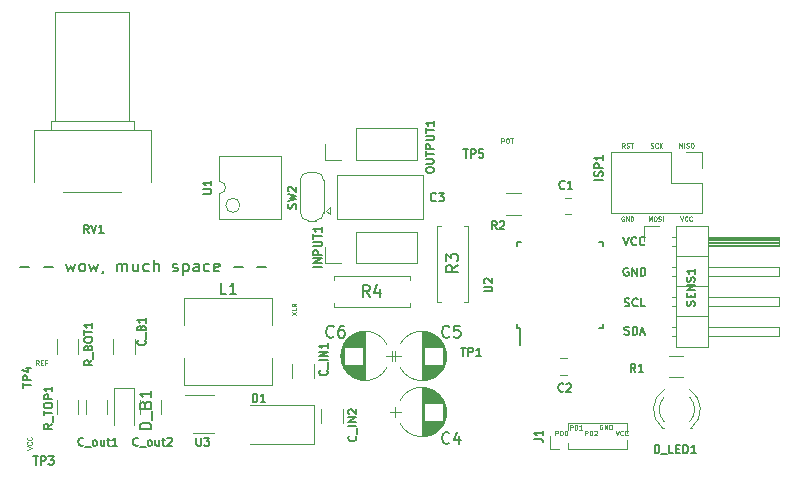
<source format=gbr>
G04 #@! TF.GenerationSoftware,KiCad,Pcbnew,(5.1.5)-3*
G04 #@! TF.CreationDate,2020-03-27T21:06:01+01:00*
G04 #@! TF.ProjectId,mimu_phantom,6d696d75-5f70-4686-916e-746f6d2e6b69,rev?*
G04 #@! TF.SameCoordinates,Original*
G04 #@! TF.FileFunction,Legend,Top*
G04 #@! TF.FilePolarity,Positive*
%FSLAX46Y46*%
G04 Gerber Fmt 4.6, Leading zero omitted, Abs format (unit mm)*
G04 Created by KiCad (PCBNEW (5.1.5)-3) date 2020-03-27 21:06:01*
%MOMM*%
%LPD*%
G04 APERTURE LIST*
%ADD10C,0.150000*%
%ADD11C,0.095250*%
%ADD12C,0.100000*%
%ADD13C,0.120000*%
G04 APERTURE END LIST*
D10*
X101771428Y-82671428D02*
X102533333Y-82671428D01*
X103771428Y-82671428D02*
X104533333Y-82671428D01*
X105676190Y-82385714D02*
X105866666Y-83052380D01*
X106057142Y-82576190D01*
X106247619Y-83052380D01*
X106438095Y-82385714D01*
X106961904Y-83052380D02*
X106866666Y-83004761D01*
X106819047Y-82957142D01*
X106771428Y-82861904D01*
X106771428Y-82576190D01*
X106819047Y-82480952D01*
X106866666Y-82433333D01*
X106961904Y-82385714D01*
X107104761Y-82385714D01*
X107200000Y-82433333D01*
X107247619Y-82480952D01*
X107295238Y-82576190D01*
X107295238Y-82861904D01*
X107247619Y-82957142D01*
X107200000Y-83004761D01*
X107104761Y-83052380D01*
X106961904Y-83052380D01*
X107628571Y-82385714D02*
X107819047Y-83052380D01*
X108009523Y-82576190D01*
X108200000Y-83052380D01*
X108390476Y-82385714D01*
X108819047Y-83004761D02*
X108819047Y-83052380D01*
X108771428Y-83147619D01*
X108723809Y-83195238D01*
X110009523Y-83052380D02*
X110009523Y-82385714D01*
X110009523Y-82480952D02*
X110057142Y-82433333D01*
X110152380Y-82385714D01*
X110295238Y-82385714D01*
X110390476Y-82433333D01*
X110438095Y-82528571D01*
X110438095Y-83052380D01*
X110438095Y-82528571D02*
X110485714Y-82433333D01*
X110580952Y-82385714D01*
X110723809Y-82385714D01*
X110819047Y-82433333D01*
X110866666Y-82528571D01*
X110866666Y-83052380D01*
X111771428Y-82385714D02*
X111771428Y-83052380D01*
X111342857Y-82385714D02*
X111342857Y-82909523D01*
X111390476Y-83004761D01*
X111485714Y-83052380D01*
X111628571Y-83052380D01*
X111723809Y-83004761D01*
X111771428Y-82957142D01*
X112676190Y-83004761D02*
X112580952Y-83052380D01*
X112390476Y-83052380D01*
X112295238Y-83004761D01*
X112247619Y-82957142D01*
X112200000Y-82861904D01*
X112200000Y-82576190D01*
X112247619Y-82480952D01*
X112295238Y-82433333D01*
X112390476Y-82385714D01*
X112580952Y-82385714D01*
X112676190Y-82433333D01*
X113104761Y-83052380D02*
X113104761Y-82052380D01*
X113533333Y-83052380D02*
X113533333Y-82528571D01*
X113485714Y-82433333D01*
X113390476Y-82385714D01*
X113247619Y-82385714D01*
X113152380Y-82433333D01*
X113104761Y-82480952D01*
X114723809Y-83004761D02*
X114819047Y-83052380D01*
X115009523Y-83052380D01*
X115104761Y-83004761D01*
X115152380Y-82909523D01*
X115152380Y-82861904D01*
X115104761Y-82766666D01*
X115009523Y-82719047D01*
X114866666Y-82719047D01*
X114771428Y-82671428D01*
X114723809Y-82576190D01*
X114723809Y-82528571D01*
X114771428Y-82433333D01*
X114866666Y-82385714D01*
X115009523Y-82385714D01*
X115104761Y-82433333D01*
X115580952Y-82385714D02*
X115580952Y-83385714D01*
X115580952Y-82433333D02*
X115676190Y-82385714D01*
X115866666Y-82385714D01*
X115961904Y-82433333D01*
X116009523Y-82480952D01*
X116057142Y-82576190D01*
X116057142Y-82861904D01*
X116009523Y-82957142D01*
X115961904Y-83004761D01*
X115866666Y-83052380D01*
X115676190Y-83052380D01*
X115580952Y-83004761D01*
X116914285Y-83052380D02*
X116914285Y-82528571D01*
X116866666Y-82433333D01*
X116771428Y-82385714D01*
X116580952Y-82385714D01*
X116485714Y-82433333D01*
X116914285Y-83004761D02*
X116819047Y-83052380D01*
X116580952Y-83052380D01*
X116485714Y-83004761D01*
X116438095Y-82909523D01*
X116438095Y-82814285D01*
X116485714Y-82719047D01*
X116580952Y-82671428D01*
X116819047Y-82671428D01*
X116914285Y-82623809D01*
X117819047Y-83004761D02*
X117723809Y-83052380D01*
X117533333Y-83052380D01*
X117438095Y-83004761D01*
X117390476Y-82957142D01*
X117342857Y-82861904D01*
X117342857Y-82576190D01*
X117390476Y-82480952D01*
X117438095Y-82433333D01*
X117533333Y-82385714D01*
X117723809Y-82385714D01*
X117819047Y-82433333D01*
X118628571Y-83004761D02*
X118533333Y-83052380D01*
X118342857Y-83052380D01*
X118247619Y-83004761D01*
X118200000Y-82909523D01*
X118200000Y-82528571D01*
X118247619Y-82433333D01*
X118342857Y-82385714D01*
X118533333Y-82385714D01*
X118628571Y-82433333D01*
X118676190Y-82528571D01*
X118676190Y-82623809D01*
X118200000Y-82719047D01*
X119866666Y-82671428D02*
X120628571Y-82671428D01*
X121866666Y-82671428D02*
X122628571Y-82671428D01*
D11*
X152909714Y-78409500D02*
X152873428Y-78391357D01*
X152819000Y-78391357D01*
X152764571Y-78409500D01*
X152728285Y-78445785D01*
X152710142Y-78482071D01*
X152692000Y-78554642D01*
X152692000Y-78609071D01*
X152710142Y-78681642D01*
X152728285Y-78717928D01*
X152764571Y-78754214D01*
X152819000Y-78772357D01*
X152855285Y-78772357D01*
X152909714Y-78754214D01*
X152927857Y-78736071D01*
X152927857Y-78609071D01*
X152855285Y-78609071D01*
X153091142Y-78772357D02*
X153091142Y-78391357D01*
X153308857Y-78772357D01*
X153308857Y-78391357D01*
X153490285Y-78772357D02*
X153490285Y-78391357D01*
X153581000Y-78391357D01*
X153635428Y-78409500D01*
X153671714Y-78445785D01*
X153689857Y-78482071D01*
X153708000Y-78554642D01*
X153708000Y-78609071D01*
X153689857Y-78681642D01*
X153671714Y-78717928D01*
X153635428Y-78754214D01*
X153581000Y-78772357D01*
X153490285Y-78772357D01*
X157692000Y-78391357D02*
X157819000Y-78772357D01*
X157946000Y-78391357D01*
X158290714Y-78736071D02*
X158272571Y-78754214D01*
X158218142Y-78772357D01*
X158181857Y-78772357D01*
X158127428Y-78754214D01*
X158091142Y-78717928D01*
X158073000Y-78681642D01*
X158054857Y-78609071D01*
X158054857Y-78554642D01*
X158073000Y-78482071D01*
X158091142Y-78445785D01*
X158127428Y-78409500D01*
X158181857Y-78391357D01*
X158218142Y-78391357D01*
X158272571Y-78409500D01*
X158290714Y-78427642D01*
X158671714Y-78736071D02*
X158653571Y-78754214D01*
X158599142Y-78772357D01*
X158562857Y-78772357D01*
X158508428Y-78754214D01*
X158472142Y-78717928D01*
X158454000Y-78681642D01*
X158435857Y-78609071D01*
X158435857Y-78554642D01*
X158454000Y-78482071D01*
X158472142Y-78445785D01*
X158508428Y-78409500D01*
X158562857Y-78391357D01*
X158599142Y-78391357D01*
X158653571Y-78409500D01*
X158671714Y-78427642D01*
X152991357Y-72572357D02*
X152864357Y-72390928D01*
X152773642Y-72572357D02*
X152773642Y-72191357D01*
X152918785Y-72191357D01*
X152955071Y-72209500D01*
X152973214Y-72227642D01*
X152991357Y-72263928D01*
X152991357Y-72318357D01*
X152973214Y-72354642D01*
X152955071Y-72372785D01*
X152918785Y-72390928D01*
X152773642Y-72390928D01*
X153136500Y-72554214D02*
X153190928Y-72572357D01*
X153281642Y-72572357D01*
X153317928Y-72554214D01*
X153336071Y-72536071D01*
X153354214Y-72499785D01*
X153354214Y-72463500D01*
X153336071Y-72427214D01*
X153317928Y-72409071D01*
X153281642Y-72390928D01*
X153209071Y-72372785D01*
X153172785Y-72354642D01*
X153154642Y-72336500D01*
X153136500Y-72300214D01*
X153136500Y-72263928D01*
X153154642Y-72227642D01*
X153172785Y-72209500D01*
X153209071Y-72191357D01*
X153299785Y-72191357D01*
X153354214Y-72209500D01*
X153463071Y-72191357D02*
X153680785Y-72191357D01*
X153571928Y-72572357D02*
X153571928Y-72191357D01*
X155180676Y-72556685D02*
X155235105Y-72574828D01*
X155325819Y-72574828D01*
X155362105Y-72556685D01*
X155380248Y-72538542D01*
X155398391Y-72502256D01*
X155398391Y-72465971D01*
X155380248Y-72429685D01*
X155362105Y-72411542D01*
X155325819Y-72393399D01*
X155253248Y-72375256D01*
X155216962Y-72357113D01*
X155198819Y-72338971D01*
X155180676Y-72302685D01*
X155180676Y-72266399D01*
X155198819Y-72230113D01*
X155216962Y-72211971D01*
X155253248Y-72193828D01*
X155343962Y-72193828D01*
X155398391Y-72211971D01*
X155779391Y-72538542D02*
X155761248Y-72556685D01*
X155706819Y-72574828D01*
X155670534Y-72574828D01*
X155616105Y-72556685D01*
X155579819Y-72520399D01*
X155561676Y-72484113D01*
X155543534Y-72411542D01*
X155543534Y-72357113D01*
X155561676Y-72284542D01*
X155579819Y-72248256D01*
X155616105Y-72211971D01*
X155670534Y-72193828D01*
X155706819Y-72193828D01*
X155761248Y-72211971D01*
X155779391Y-72230113D01*
X155942676Y-72574828D02*
X155942676Y-72193828D01*
X156160391Y-72574828D02*
X155997105Y-72357113D01*
X156160391Y-72193828D02*
X155942676Y-72411542D01*
X157601285Y-72572357D02*
X157601285Y-72191357D01*
X157728285Y-72463500D01*
X157855285Y-72191357D01*
X157855285Y-72572357D01*
X158036714Y-72572357D02*
X158036714Y-72191357D01*
X158200000Y-72554214D02*
X158254428Y-72572357D01*
X158345142Y-72572357D01*
X158381428Y-72554214D01*
X158399571Y-72536071D01*
X158417714Y-72499785D01*
X158417714Y-72463500D01*
X158399571Y-72427214D01*
X158381428Y-72409071D01*
X158345142Y-72390928D01*
X158272571Y-72372785D01*
X158236285Y-72354642D01*
X158218142Y-72336500D01*
X158200000Y-72300214D01*
X158200000Y-72263928D01*
X158218142Y-72227642D01*
X158236285Y-72209500D01*
X158272571Y-72191357D01*
X158363285Y-72191357D01*
X158417714Y-72209500D01*
X158653571Y-72191357D02*
X158726142Y-72191357D01*
X158762428Y-72209500D01*
X158798714Y-72245785D01*
X158816857Y-72318357D01*
X158816857Y-72445357D01*
X158798714Y-72517928D01*
X158762428Y-72554214D01*
X158726142Y-72572357D01*
X158653571Y-72572357D01*
X158617285Y-72554214D01*
X158581000Y-72517928D01*
X158562857Y-72445357D01*
X158562857Y-72318357D01*
X158581000Y-72245785D01*
X158617285Y-72209500D01*
X158653571Y-72191357D01*
X155001285Y-78772357D02*
X155001285Y-78391357D01*
X155128285Y-78663500D01*
X155255285Y-78391357D01*
X155255285Y-78772357D01*
X155509285Y-78391357D02*
X155581857Y-78391357D01*
X155618142Y-78409500D01*
X155654428Y-78445785D01*
X155672571Y-78518357D01*
X155672571Y-78645357D01*
X155654428Y-78717928D01*
X155618142Y-78754214D01*
X155581857Y-78772357D01*
X155509285Y-78772357D01*
X155473000Y-78754214D01*
X155436714Y-78717928D01*
X155418571Y-78645357D01*
X155418571Y-78518357D01*
X155436714Y-78445785D01*
X155473000Y-78409500D01*
X155509285Y-78391357D01*
X155817714Y-78754214D02*
X155872142Y-78772357D01*
X155962857Y-78772357D01*
X155999142Y-78754214D01*
X156017285Y-78736071D01*
X156035428Y-78699785D01*
X156035428Y-78663500D01*
X156017285Y-78627214D01*
X155999142Y-78609071D01*
X155962857Y-78590928D01*
X155890285Y-78572785D01*
X155854000Y-78554642D01*
X155835857Y-78536500D01*
X155817714Y-78500214D01*
X155817714Y-78463928D01*
X155835857Y-78427642D01*
X155854000Y-78409500D01*
X155890285Y-78391357D01*
X155981000Y-78391357D01*
X156035428Y-78409500D01*
X156198714Y-78772357D02*
X156198714Y-78391357D01*
D12*
X103371428Y-90980952D02*
X103238095Y-90790476D01*
X103142857Y-90980952D02*
X103142857Y-90580952D01*
X103295238Y-90580952D01*
X103333333Y-90600000D01*
X103352380Y-90619047D01*
X103371428Y-90657142D01*
X103371428Y-90714285D01*
X103352380Y-90752380D01*
X103333333Y-90771428D01*
X103295238Y-90790476D01*
X103142857Y-90790476D01*
X103542857Y-90771428D02*
X103676190Y-90771428D01*
X103733333Y-90980952D02*
X103542857Y-90980952D01*
X103542857Y-90580952D01*
X103733333Y-90580952D01*
X104038095Y-90771428D02*
X103904761Y-90771428D01*
X103904761Y-90980952D02*
X103904761Y-90580952D01*
X104095238Y-90580952D01*
X124780952Y-86745238D02*
X125180952Y-86478571D01*
X124780952Y-86478571D02*
X125180952Y-86745238D01*
X125180952Y-86135714D02*
X125180952Y-86326190D01*
X124780952Y-86326190D01*
X125180952Y-85773809D02*
X124990476Y-85907142D01*
X125180952Y-86002380D02*
X124780952Y-86002380D01*
X124780952Y-85850000D01*
X124800000Y-85811904D01*
X124819047Y-85792857D01*
X124857142Y-85773809D01*
X124914285Y-85773809D01*
X124952380Y-85792857D01*
X124971428Y-85811904D01*
X124990476Y-85850000D01*
X124990476Y-86002380D01*
X142533333Y-72180952D02*
X142533333Y-71780952D01*
X142685714Y-71780952D01*
X142723809Y-71800000D01*
X142742857Y-71819047D01*
X142761904Y-71857142D01*
X142761904Y-71914285D01*
X142742857Y-71952380D01*
X142723809Y-71971428D01*
X142685714Y-71990476D01*
X142533333Y-71990476D01*
X143009523Y-71780952D02*
X143085714Y-71780952D01*
X143123809Y-71800000D01*
X143161904Y-71838095D01*
X143180952Y-71914285D01*
X143180952Y-72047619D01*
X143161904Y-72123809D01*
X143123809Y-72161904D01*
X143085714Y-72180952D01*
X143009523Y-72180952D01*
X142971428Y-72161904D01*
X142933333Y-72123809D01*
X142914285Y-72047619D01*
X142914285Y-71914285D01*
X142933333Y-71838095D01*
X142971428Y-71800000D01*
X143009523Y-71780952D01*
X143295238Y-71780952D02*
X143523809Y-71780952D01*
X143409523Y-72180952D02*
X143409523Y-71780952D01*
X102380952Y-98133333D02*
X102780952Y-98000000D01*
X102380952Y-97866666D01*
X102742857Y-97504761D02*
X102761904Y-97523809D01*
X102780952Y-97580952D01*
X102780952Y-97619047D01*
X102761904Y-97676190D01*
X102723809Y-97714285D01*
X102685714Y-97733333D01*
X102609523Y-97752380D01*
X102552380Y-97752380D01*
X102476190Y-97733333D01*
X102438095Y-97714285D01*
X102400000Y-97676190D01*
X102380952Y-97619047D01*
X102380952Y-97580952D01*
X102400000Y-97523809D01*
X102419047Y-97504761D01*
X102742857Y-97104761D02*
X102761904Y-97123809D01*
X102780952Y-97180952D01*
X102780952Y-97219047D01*
X102761904Y-97276190D01*
X102723809Y-97314285D01*
X102685714Y-97333333D01*
X102609523Y-97352380D01*
X102552380Y-97352380D01*
X102476190Y-97333333D01*
X102438095Y-97314285D01*
X102400000Y-97276190D01*
X102380952Y-97219047D01*
X102380952Y-97180952D01*
X102400000Y-97123809D01*
X102419047Y-97104761D01*
X147104761Y-96930952D02*
X147104761Y-96530952D01*
X147257142Y-96530952D01*
X147295238Y-96550000D01*
X147314285Y-96569047D01*
X147333333Y-96607142D01*
X147333333Y-96664285D01*
X147314285Y-96702380D01*
X147295238Y-96721428D01*
X147257142Y-96740476D01*
X147104761Y-96740476D01*
X147504761Y-96930952D02*
X147504761Y-96530952D01*
X147600000Y-96530952D01*
X147657142Y-96550000D01*
X147695238Y-96588095D01*
X147714285Y-96626190D01*
X147733333Y-96702380D01*
X147733333Y-96759523D01*
X147714285Y-96835714D01*
X147695238Y-96873809D01*
X147657142Y-96911904D01*
X147600000Y-96930952D01*
X147504761Y-96930952D01*
X147980952Y-96530952D02*
X148019047Y-96530952D01*
X148057142Y-96550000D01*
X148076190Y-96569047D01*
X148095238Y-96607142D01*
X148114285Y-96683333D01*
X148114285Y-96778571D01*
X148095238Y-96854761D01*
X148076190Y-96892857D01*
X148057142Y-96911904D01*
X148019047Y-96930952D01*
X147980952Y-96930952D01*
X147942857Y-96911904D01*
X147923809Y-96892857D01*
X147904761Y-96854761D01*
X147885714Y-96778571D01*
X147885714Y-96683333D01*
X147904761Y-96607142D01*
X147923809Y-96569047D01*
X147942857Y-96550000D01*
X147980952Y-96530952D01*
X148348761Y-96446952D02*
X148348761Y-96046952D01*
X148501142Y-96046952D01*
X148539238Y-96066000D01*
X148558285Y-96085047D01*
X148577333Y-96123142D01*
X148577333Y-96180285D01*
X148558285Y-96218380D01*
X148539238Y-96237428D01*
X148501142Y-96256476D01*
X148348761Y-96256476D01*
X148748761Y-96446952D02*
X148748761Y-96046952D01*
X148844000Y-96046952D01*
X148901142Y-96066000D01*
X148939238Y-96104095D01*
X148958285Y-96142190D01*
X148977333Y-96218380D01*
X148977333Y-96275523D01*
X148958285Y-96351714D01*
X148939238Y-96389809D01*
X148901142Y-96427904D01*
X148844000Y-96446952D01*
X148748761Y-96446952D01*
X149358285Y-96446952D02*
X149129714Y-96446952D01*
X149244000Y-96446952D02*
X149244000Y-96046952D01*
X149205904Y-96104095D01*
X149167809Y-96142190D01*
X149129714Y-96161238D01*
X149618761Y-96930952D02*
X149618761Y-96530952D01*
X149771142Y-96530952D01*
X149809238Y-96550000D01*
X149828285Y-96569047D01*
X149847333Y-96607142D01*
X149847333Y-96664285D01*
X149828285Y-96702380D01*
X149809238Y-96721428D01*
X149771142Y-96740476D01*
X149618761Y-96740476D01*
X150018761Y-96930952D02*
X150018761Y-96530952D01*
X150114000Y-96530952D01*
X150171142Y-96550000D01*
X150209238Y-96588095D01*
X150228285Y-96626190D01*
X150247333Y-96702380D01*
X150247333Y-96759523D01*
X150228285Y-96835714D01*
X150209238Y-96873809D01*
X150171142Y-96911904D01*
X150114000Y-96930952D01*
X150018761Y-96930952D01*
X150399714Y-96569047D02*
X150418761Y-96550000D01*
X150456857Y-96530952D01*
X150552095Y-96530952D01*
X150590190Y-96550000D01*
X150609238Y-96569047D01*
X150628285Y-96607142D01*
X150628285Y-96645238D01*
X150609238Y-96702380D01*
X150380666Y-96930952D01*
X150628285Y-96930952D01*
X151079238Y-96050000D02*
X151041142Y-96030952D01*
X150984000Y-96030952D01*
X150926857Y-96050000D01*
X150888761Y-96088095D01*
X150869714Y-96126190D01*
X150850666Y-96202380D01*
X150850666Y-96259523D01*
X150869714Y-96335714D01*
X150888761Y-96373809D01*
X150926857Y-96411904D01*
X150984000Y-96430952D01*
X151022095Y-96430952D01*
X151079238Y-96411904D01*
X151098285Y-96392857D01*
X151098285Y-96259523D01*
X151022095Y-96259523D01*
X151269714Y-96430952D02*
X151269714Y-96030952D01*
X151498285Y-96430952D01*
X151498285Y-96030952D01*
X151688761Y-96430952D02*
X151688761Y-96030952D01*
X151784000Y-96030952D01*
X151841142Y-96050000D01*
X151879238Y-96088095D01*
X151898285Y-96126190D01*
X151917333Y-96202380D01*
X151917333Y-96259523D01*
X151898285Y-96335714D01*
X151879238Y-96373809D01*
X151841142Y-96411904D01*
X151784000Y-96430952D01*
X151688761Y-96430952D01*
X152216666Y-96530952D02*
X152350000Y-96930952D01*
X152483333Y-96530952D01*
X152845238Y-96892857D02*
X152826190Y-96911904D01*
X152769047Y-96930952D01*
X152730952Y-96930952D01*
X152673809Y-96911904D01*
X152635714Y-96873809D01*
X152616666Y-96835714D01*
X152597619Y-96759523D01*
X152597619Y-96702380D01*
X152616666Y-96626190D01*
X152635714Y-96588095D01*
X152673809Y-96550000D01*
X152730952Y-96530952D01*
X152769047Y-96530952D01*
X152826190Y-96550000D01*
X152845238Y-96569047D01*
X153245238Y-96892857D02*
X153226190Y-96911904D01*
X153169047Y-96930952D01*
X153130952Y-96930952D01*
X153073809Y-96911904D01*
X153035714Y-96873809D01*
X153016666Y-96835714D01*
X152997619Y-96759523D01*
X152997619Y-96702380D01*
X153016666Y-96626190D01*
X153035714Y-96588095D01*
X153073809Y-96550000D01*
X153130952Y-96530952D01*
X153169047Y-96530952D01*
X153226190Y-96550000D01*
X153245238Y-96569047D01*
D10*
X152950000Y-88383333D02*
X153050000Y-88416666D01*
X153216666Y-88416666D01*
X153283333Y-88383333D01*
X153316666Y-88350000D01*
X153350000Y-88283333D01*
X153350000Y-88216666D01*
X153316666Y-88150000D01*
X153283333Y-88116666D01*
X153216666Y-88083333D01*
X153083333Y-88050000D01*
X153016666Y-88016666D01*
X152983333Y-87983333D01*
X152950000Y-87916666D01*
X152950000Y-87850000D01*
X152983333Y-87783333D01*
X153016666Y-87750000D01*
X153083333Y-87716666D01*
X153250000Y-87716666D01*
X153350000Y-87750000D01*
X153650000Y-88416666D02*
X153650000Y-87716666D01*
X153816666Y-87716666D01*
X153916666Y-87750000D01*
X153983333Y-87816666D01*
X154016666Y-87883333D01*
X154050000Y-88016666D01*
X154050000Y-88116666D01*
X154016666Y-88250000D01*
X153983333Y-88316666D01*
X153916666Y-88383333D01*
X153816666Y-88416666D01*
X153650000Y-88416666D01*
X154316666Y-88216666D02*
X154650000Y-88216666D01*
X154250000Y-88416666D02*
X154483333Y-87716666D01*
X154716666Y-88416666D01*
X152966666Y-85983333D02*
X153066666Y-86016666D01*
X153233333Y-86016666D01*
X153300000Y-85983333D01*
X153333333Y-85950000D01*
X153366666Y-85883333D01*
X153366666Y-85816666D01*
X153333333Y-85750000D01*
X153300000Y-85716666D01*
X153233333Y-85683333D01*
X153100000Y-85650000D01*
X153033333Y-85616666D01*
X153000000Y-85583333D01*
X152966666Y-85516666D01*
X152966666Y-85450000D01*
X153000000Y-85383333D01*
X153033333Y-85350000D01*
X153100000Y-85316666D01*
X153266666Y-85316666D01*
X153366666Y-85350000D01*
X154066666Y-85950000D02*
X154033333Y-85983333D01*
X153933333Y-86016666D01*
X153866666Y-86016666D01*
X153766666Y-85983333D01*
X153700000Y-85916666D01*
X153666666Y-85850000D01*
X153633333Y-85716666D01*
X153633333Y-85616666D01*
X153666666Y-85483333D01*
X153700000Y-85416666D01*
X153766666Y-85350000D01*
X153866666Y-85316666D01*
X153933333Y-85316666D01*
X154033333Y-85350000D01*
X154066666Y-85383333D01*
X154700000Y-86016666D02*
X154366666Y-86016666D01*
X154366666Y-85316666D01*
X153266666Y-82750000D02*
X153200000Y-82716666D01*
X153100000Y-82716666D01*
X153000000Y-82750000D01*
X152933333Y-82816666D01*
X152900000Y-82883333D01*
X152866666Y-83016666D01*
X152866666Y-83116666D01*
X152900000Y-83250000D01*
X152933333Y-83316666D01*
X153000000Y-83383333D01*
X153100000Y-83416666D01*
X153166666Y-83416666D01*
X153266666Y-83383333D01*
X153300000Y-83350000D01*
X153300000Y-83116666D01*
X153166666Y-83116666D01*
X153600000Y-83416666D02*
X153600000Y-82716666D01*
X154000000Y-83416666D01*
X154000000Y-82716666D01*
X154333333Y-83416666D02*
X154333333Y-82716666D01*
X154500000Y-82716666D01*
X154600000Y-82750000D01*
X154666666Y-82816666D01*
X154700000Y-82883333D01*
X154733333Y-83016666D01*
X154733333Y-83116666D01*
X154700000Y-83250000D01*
X154666666Y-83316666D01*
X154600000Y-83383333D01*
X154500000Y-83416666D01*
X154333333Y-83416666D01*
X152866666Y-80116666D02*
X153100000Y-80816666D01*
X153333333Y-80116666D01*
X153966666Y-80750000D02*
X153933333Y-80783333D01*
X153833333Y-80816666D01*
X153766666Y-80816666D01*
X153666666Y-80783333D01*
X153600000Y-80716666D01*
X153566666Y-80650000D01*
X153533333Y-80516666D01*
X153533333Y-80416666D01*
X153566666Y-80283333D01*
X153600000Y-80216666D01*
X153666666Y-80150000D01*
X153766666Y-80116666D01*
X153833333Y-80116666D01*
X153933333Y-80150000D01*
X153966666Y-80183333D01*
X154666666Y-80750000D02*
X154633333Y-80783333D01*
X154533333Y-80816666D01*
X154466666Y-80816666D01*
X154366666Y-80783333D01*
X154300000Y-80716666D01*
X154266666Y-80650000D01*
X154233333Y-80516666D01*
X154233333Y-80416666D01*
X154266666Y-80283333D01*
X154300000Y-80216666D01*
X154366666Y-80150000D01*
X154466666Y-80116666D01*
X154533333Y-80116666D01*
X154633333Y-80150000D01*
X154666666Y-80183333D01*
D13*
X123100000Y-90400000D02*
X123100000Y-92700000D01*
X123100000Y-92700000D02*
X115700000Y-92700000D01*
X115700000Y-92700000D02*
X115700000Y-90400000D01*
X115700000Y-87600000D02*
X115700000Y-85300000D01*
X115700000Y-85300000D02*
X123100000Y-85300000D01*
X123100000Y-85300000D02*
X123100000Y-87600000D01*
X126650000Y-97650000D02*
X121250000Y-97650000D01*
X126650000Y-94350000D02*
X121250000Y-94350000D01*
X126650000Y-97650000D02*
X126650000Y-94350000D01*
X111450000Y-92900000D02*
X109750000Y-92900000D01*
X109750000Y-92900000D02*
X109750000Y-96050000D01*
X111450000Y-92900000D02*
X111450000Y-96050000D01*
X129153564Y-91179170D02*
G75*
G03X132845996Y-91180000I1846436J979170D01*
G01*
X129153564Y-89220830D02*
G75*
G02X132845996Y-89220000I1846436J-979170D01*
G01*
X129153564Y-89220830D02*
G75*
G03X129154004Y-91180000I1846436J-979170D01*
G01*
X131000000Y-92250000D02*
X131000000Y-88150000D01*
X130960000Y-92250000D02*
X130960000Y-88150000D01*
X130920000Y-92249000D02*
X130920000Y-88151000D01*
X130880000Y-92247000D02*
X130880000Y-88153000D01*
X130840000Y-92244000D02*
X130840000Y-88156000D01*
X130800000Y-92241000D02*
X130800000Y-88159000D01*
X130760000Y-92237000D02*
X130760000Y-90980000D01*
X130760000Y-89420000D02*
X130760000Y-88163000D01*
X130720000Y-92232000D02*
X130720000Y-90980000D01*
X130720000Y-89420000D02*
X130720000Y-88168000D01*
X130680000Y-92226000D02*
X130680000Y-90980000D01*
X130680000Y-89420000D02*
X130680000Y-88174000D01*
X130640000Y-92219000D02*
X130640000Y-90980000D01*
X130640000Y-89420000D02*
X130640000Y-88181000D01*
X130600000Y-92212000D02*
X130600000Y-90980000D01*
X130600000Y-89420000D02*
X130600000Y-88188000D01*
X130560000Y-92204000D02*
X130560000Y-90980000D01*
X130560000Y-89420000D02*
X130560000Y-88196000D01*
X130520000Y-92195000D02*
X130520000Y-90980000D01*
X130520000Y-89420000D02*
X130520000Y-88205000D01*
X130480000Y-92185000D02*
X130480000Y-90980000D01*
X130480000Y-89420000D02*
X130480000Y-88215000D01*
X130440000Y-92174000D02*
X130440000Y-90980000D01*
X130440000Y-89420000D02*
X130440000Y-88226000D01*
X130400000Y-92163000D02*
X130400000Y-90980000D01*
X130400000Y-89420000D02*
X130400000Y-88237000D01*
X130360000Y-92150000D02*
X130360000Y-90980000D01*
X130360000Y-89420000D02*
X130360000Y-88250000D01*
X130320000Y-92137000D02*
X130320000Y-90980000D01*
X130320000Y-89420000D02*
X130320000Y-88263000D01*
X130279000Y-92123000D02*
X130279000Y-90980000D01*
X130279000Y-89420000D02*
X130279000Y-88277000D01*
X130239000Y-92107000D02*
X130239000Y-90980000D01*
X130239000Y-89420000D02*
X130239000Y-88293000D01*
X130199000Y-92091000D02*
X130199000Y-90980000D01*
X130199000Y-89420000D02*
X130199000Y-88309000D01*
X130159000Y-92074000D02*
X130159000Y-90980000D01*
X130159000Y-89420000D02*
X130159000Y-88326000D01*
X130119000Y-92056000D02*
X130119000Y-90980000D01*
X130119000Y-89420000D02*
X130119000Y-88344000D01*
X130079000Y-92037000D02*
X130079000Y-90980000D01*
X130079000Y-89420000D02*
X130079000Y-88363000D01*
X130039000Y-92017000D02*
X130039000Y-90980000D01*
X130039000Y-89420000D02*
X130039000Y-88383000D01*
X129999000Y-91996000D02*
X129999000Y-90980000D01*
X129999000Y-89420000D02*
X129999000Y-88404000D01*
X129959000Y-91973000D02*
X129959000Y-90980000D01*
X129959000Y-89420000D02*
X129959000Y-88427000D01*
X129919000Y-91950000D02*
X129919000Y-90980000D01*
X129919000Y-89420000D02*
X129919000Y-88450000D01*
X129879000Y-91925000D02*
X129879000Y-90980000D01*
X129879000Y-89420000D02*
X129879000Y-88475000D01*
X129839000Y-91899000D02*
X129839000Y-90980000D01*
X129839000Y-89420000D02*
X129839000Y-88501000D01*
X129799000Y-91872000D02*
X129799000Y-90980000D01*
X129799000Y-89420000D02*
X129799000Y-88528000D01*
X129759000Y-91843000D02*
X129759000Y-90980000D01*
X129759000Y-89420000D02*
X129759000Y-88557000D01*
X129719000Y-91813000D02*
X129719000Y-90980000D01*
X129719000Y-89420000D02*
X129719000Y-88587000D01*
X129679000Y-91781000D02*
X129679000Y-90980000D01*
X129679000Y-89420000D02*
X129679000Y-88619000D01*
X129639000Y-91747000D02*
X129639000Y-90980000D01*
X129639000Y-89420000D02*
X129639000Y-88653000D01*
X129599000Y-91712000D02*
X129599000Y-90980000D01*
X129599000Y-89420000D02*
X129599000Y-88688000D01*
X129559000Y-91675000D02*
X129559000Y-90980000D01*
X129559000Y-89420000D02*
X129559000Y-88725000D01*
X129519000Y-91636000D02*
X129519000Y-90980000D01*
X129519000Y-89420000D02*
X129519000Y-88764000D01*
X129479000Y-91595000D02*
X129479000Y-90980000D01*
X129479000Y-89420000D02*
X129479000Y-88805000D01*
X129439000Y-91551000D02*
X129439000Y-90980000D01*
X129439000Y-89420000D02*
X129439000Y-88849000D01*
X129399000Y-91505000D02*
X129399000Y-90980000D01*
X129399000Y-89420000D02*
X129399000Y-88895000D01*
X129359000Y-91456000D02*
X129359000Y-90980000D01*
X129359000Y-89420000D02*
X129359000Y-88944000D01*
X129319000Y-91404000D02*
X129319000Y-90980000D01*
X129319000Y-89420000D02*
X129319000Y-88996000D01*
X129279000Y-91348000D02*
X129279000Y-90980000D01*
X129279000Y-89420000D02*
X129279000Y-89052000D01*
X129239000Y-91288000D02*
X129239000Y-90980000D01*
X129239000Y-89420000D02*
X129239000Y-89112000D01*
X129199000Y-91223000D02*
X129199000Y-89177000D01*
X129159000Y-91152000D02*
X129159000Y-89248000D01*
X129119000Y-91074000D02*
X129119000Y-89326000D01*
X129079000Y-90986000D02*
X129079000Y-89414000D01*
X129039000Y-90886000D02*
X129039000Y-89514000D01*
X128999000Y-90767000D02*
X128999000Y-89633000D01*
X128959000Y-90615000D02*
X128959000Y-89785000D01*
X128919000Y-90365000D02*
X128919000Y-90035000D01*
X133700000Y-90200000D02*
X132800000Y-90200000D01*
X133250000Y-90650000D02*
X133250000Y-89750000D01*
X137646436Y-93970830D02*
G75*
G03X133954004Y-93970000I-1846436J-979170D01*
G01*
X137646436Y-95929170D02*
G75*
G02X133954004Y-95930000I-1846436J979170D01*
G01*
X137646436Y-95929170D02*
G75*
G03X137645996Y-93970000I-1846436J979170D01*
G01*
X135800000Y-92900000D02*
X135800000Y-97000000D01*
X135840000Y-92900000D02*
X135840000Y-97000000D01*
X135880000Y-92901000D02*
X135880000Y-96999000D01*
X135920000Y-92903000D02*
X135920000Y-96997000D01*
X135960000Y-92906000D02*
X135960000Y-96994000D01*
X136000000Y-92909000D02*
X136000000Y-96991000D01*
X136040000Y-92913000D02*
X136040000Y-94170000D01*
X136040000Y-95730000D02*
X136040000Y-96987000D01*
X136080000Y-92918000D02*
X136080000Y-94170000D01*
X136080000Y-95730000D02*
X136080000Y-96982000D01*
X136120000Y-92924000D02*
X136120000Y-94170000D01*
X136120000Y-95730000D02*
X136120000Y-96976000D01*
X136160000Y-92931000D02*
X136160000Y-94170000D01*
X136160000Y-95730000D02*
X136160000Y-96969000D01*
X136200000Y-92938000D02*
X136200000Y-94170000D01*
X136200000Y-95730000D02*
X136200000Y-96962000D01*
X136240000Y-92946000D02*
X136240000Y-94170000D01*
X136240000Y-95730000D02*
X136240000Y-96954000D01*
X136280000Y-92955000D02*
X136280000Y-94170000D01*
X136280000Y-95730000D02*
X136280000Y-96945000D01*
X136320000Y-92965000D02*
X136320000Y-94170000D01*
X136320000Y-95730000D02*
X136320000Y-96935000D01*
X136360000Y-92976000D02*
X136360000Y-94170000D01*
X136360000Y-95730000D02*
X136360000Y-96924000D01*
X136400000Y-92987000D02*
X136400000Y-94170000D01*
X136400000Y-95730000D02*
X136400000Y-96913000D01*
X136440000Y-93000000D02*
X136440000Y-94170000D01*
X136440000Y-95730000D02*
X136440000Y-96900000D01*
X136480000Y-93013000D02*
X136480000Y-94170000D01*
X136480000Y-95730000D02*
X136480000Y-96887000D01*
X136521000Y-93027000D02*
X136521000Y-94170000D01*
X136521000Y-95730000D02*
X136521000Y-96873000D01*
X136561000Y-93043000D02*
X136561000Y-94170000D01*
X136561000Y-95730000D02*
X136561000Y-96857000D01*
X136601000Y-93059000D02*
X136601000Y-94170000D01*
X136601000Y-95730000D02*
X136601000Y-96841000D01*
X136641000Y-93076000D02*
X136641000Y-94170000D01*
X136641000Y-95730000D02*
X136641000Y-96824000D01*
X136681000Y-93094000D02*
X136681000Y-94170000D01*
X136681000Y-95730000D02*
X136681000Y-96806000D01*
X136721000Y-93113000D02*
X136721000Y-94170000D01*
X136721000Y-95730000D02*
X136721000Y-96787000D01*
X136761000Y-93133000D02*
X136761000Y-94170000D01*
X136761000Y-95730000D02*
X136761000Y-96767000D01*
X136801000Y-93154000D02*
X136801000Y-94170000D01*
X136801000Y-95730000D02*
X136801000Y-96746000D01*
X136841000Y-93177000D02*
X136841000Y-94170000D01*
X136841000Y-95730000D02*
X136841000Y-96723000D01*
X136881000Y-93200000D02*
X136881000Y-94170000D01*
X136881000Y-95730000D02*
X136881000Y-96700000D01*
X136921000Y-93225000D02*
X136921000Y-94170000D01*
X136921000Y-95730000D02*
X136921000Y-96675000D01*
X136961000Y-93251000D02*
X136961000Y-94170000D01*
X136961000Y-95730000D02*
X136961000Y-96649000D01*
X137001000Y-93278000D02*
X137001000Y-94170000D01*
X137001000Y-95730000D02*
X137001000Y-96622000D01*
X137041000Y-93307000D02*
X137041000Y-94170000D01*
X137041000Y-95730000D02*
X137041000Y-96593000D01*
X137081000Y-93337000D02*
X137081000Y-94170000D01*
X137081000Y-95730000D02*
X137081000Y-96563000D01*
X137121000Y-93369000D02*
X137121000Y-94170000D01*
X137121000Y-95730000D02*
X137121000Y-96531000D01*
X137161000Y-93403000D02*
X137161000Y-94170000D01*
X137161000Y-95730000D02*
X137161000Y-96497000D01*
X137201000Y-93438000D02*
X137201000Y-94170000D01*
X137201000Y-95730000D02*
X137201000Y-96462000D01*
X137241000Y-93475000D02*
X137241000Y-94170000D01*
X137241000Y-95730000D02*
X137241000Y-96425000D01*
X137281000Y-93514000D02*
X137281000Y-94170000D01*
X137281000Y-95730000D02*
X137281000Y-96386000D01*
X137321000Y-93555000D02*
X137321000Y-94170000D01*
X137321000Y-95730000D02*
X137321000Y-96345000D01*
X137361000Y-93599000D02*
X137361000Y-94170000D01*
X137361000Y-95730000D02*
X137361000Y-96301000D01*
X137401000Y-93645000D02*
X137401000Y-94170000D01*
X137401000Y-95730000D02*
X137401000Y-96255000D01*
X137441000Y-93694000D02*
X137441000Y-94170000D01*
X137441000Y-95730000D02*
X137441000Y-96206000D01*
X137481000Y-93746000D02*
X137481000Y-94170000D01*
X137481000Y-95730000D02*
X137481000Y-96154000D01*
X137521000Y-93802000D02*
X137521000Y-94170000D01*
X137521000Y-95730000D02*
X137521000Y-96098000D01*
X137561000Y-93862000D02*
X137561000Y-94170000D01*
X137561000Y-95730000D02*
X137561000Y-96038000D01*
X137601000Y-93927000D02*
X137601000Y-95973000D01*
X137641000Y-93998000D02*
X137641000Y-95902000D01*
X137681000Y-94076000D02*
X137681000Y-95824000D01*
X137721000Y-94164000D02*
X137721000Y-95736000D01*
X137761000Y-94264000D02*
X137761000Y-95636000D01*
X137801000Y-94383000D02*
X137801000Y-95517000D01*
X137841000Y-94535000D02*
X137841000Y-95365000D01*
X137881000Y-94785000D02*
X137881000Y-95115000D01*
X133100000Y-94950000D02*
X134000000Y-94950000D01*
X133550000Y-94500000D02*
X133550000Y-95400000D01*
X137646436Y-89220830D02*
G75*
G03X133954004Y-89220000I-1846436J-979170D01*
G01*
X137646436Y-91179170D02*
G75*
G02X133954004Y-91180000I-1846436J979170D01*
G01*
X137646436Y-91179170D02*
G75*
G03X137645996Y-89220000I-1846436J979170D01*
G01*
X135800000Y-88150000D02*
X135800000Y-92250000D01*
X135840000Y-88150000D02*
X135840000Y-92250000D01*
X135880000Y-88151000D02*
X135880000Y-92249000D01*
X135920000Y-88153000D02*
X135920000Y-92247000D01*
X135960000Y-88156000D02*
X135960000Y-92244000D01*
X136000000Y-88159000D02*
X136000000Y-92241000D01*
X136040000Y-88163000D02*
X136040000Y-89420000D01*
X136040000Y-90980000D02*
X136040000Y-92237000D01*
X136080000Y-88168000D02*
X136080000Y-89420000D01*
X136080000Y-90980000D02*
X136080000Y-92232000D01*
X136120000Y-88174000D02*
X136120000Y-89420000D01*
X136120000Y-90980000D02*
X136120000Y-92226000D01*
X136160000Y-88181000D02*
X136160000Y-89420000D01*
X136160000Y-90980000D02*
X136160000Y-92219000D01*
X136200000Y-88188000D02*
X136200000Y-89420000D01*
X136200000Y-90980000D02*
X136200000Y-92212000D01*
X136240000Y-88196000D02*
X136240000Y-89420000D01*
X136240000Y-90980000D02*
X136240000Y-92204000D01*
X136280000Y-88205000D02*
X136280000Y-89420000D01*
X136280000Y-90980000D02*
X136280000Y-92195000D01*
X136320000Y-88215000D02*
X136320000Y-89420000D01*
X136320000Y-90980000D02*
X136320000Y-92185000D01*
X136360000Y-88226000D02*
X136360000Y-89420000D01*
X136360000Y-90980000D02*
X136360000Y-92174000D01*
X136400000Y-88237000D02*
X136400000Y-89420000D01*
X136400000Y-90980000D02*
X136400000Y-92163000D01*
X136440000Y-88250000D02*
X136440000Y-89420000D01*
X136440000Y-90980000D02*
X136440000Y-92150000D01*
X136480000Y-88263000D02*
X136480000Y-89420000D01*
X136480000Y-90980000D02*
X136480000Y-92137000D01*
X136521000Y-88277000D02*
X136521000Y-89420000D01*
X136521000Y-90980000D02*
X136521000Y-92123000D01*
X136561000Y-88293000D02*
X136561000Y-89420000D01*
X136561000Y-90980000D02*
X136561000Y-92107000D01*
X136601000Y-88309000D02*
X136601000Y-89420000D01*
X136601000Y-90980000D02*
X136601000Y-92091000D01*
X136641000Y-88326000D02*
X136641000Y-89420000D01*
X136641000Y-90980000D02*
X136641000Y-92074000D01*
X136681000Y-88344000D02*
X136681000Y-89420000D01*
X136681000Y-90980000D02*
X136681000Y-92056000D01*
X136721000Y-88363000D02*
X136721000Y-89420000D01*
X136721000Y-90980000D02*
X136721000Y-92037000D01*
X136761000Y-88383000D02*
X136761000Y-89420000D01*
X136761000Y-90980000D02*
X136761000Y-92017000D01*
X136801000Y-88404000D02*
X136801000Y-89420000D01*
X136801000Y-90980000D02*
X136801000Y-91996000D01*
X136841000Y-88427000D02*
X136841000Y-89420000D01*
X136841000Y-90980000D02*
X136841000Y-91973000D01*
X136881000Y-88450000D02*
X136881000Y-89420000D01*
X136881000Y-90980000D02*
X136881000Y-91950000D01*
X136921000Y-88475000D02*
X136921000Y-89420000D01*
X136921000Y-90980000D02*
X136921000Y-91925000D01*
X136961000Y-88501000D02*
X136961000Y-89420000D01*
X136961000Y-90980000D02*
X136961000Y-91899000D01*
X137001000Y-88528000D02*
X137001000Y-89420000D01*
X137001000Y-90980000D02*
X137001000Y-91872000D01*
X137041000Y-88557000D02*
X137041000Y-89420000D01*
X137041000Y-90980000D02*
X137041000Y-91843000D01*
X137081000Y-88587000D02*
X137081000Y-89420000D01*
X137081000Y-90980000D02*
X137081000Y-91813000D01*
X137121000Y-88619000D02*
X137121000Y-89420000D01*
X137121000Y-90980000D02*
X137121000Y-91781000D01*
X137161000Y-88653000D02*
X137161000Y-89420000D01*
X137161000Y-90980000D02*
X137161000Y-91747000D01*
X137201000Y-88688000D02*
X137201000Y-89420000D01*
X137201000Y-90980000D02*
X137201000Y-91712000D01*
X137241000Y-88725000D02*
X137241000Y-89420000D01*
X137241000Y-90980000D02*
X137241000Y-91675000D01*
X137281000Y-88764000D02*
X137281000Y-89420000D01*
X137281000Y-90980000D02*
X137281000Y-91636000D01*
X137321000Y-88805000D02*
X137321000Y-89420000D01*
X137321000Y-90980000D02*
X137321000Y-91595000D01*
X137361000Y-88849000D02*
X137361000Y-89420000D01*
X137361000Y-90980000D02*
X137361000Y-91551000D01*
X137401000Y-88895000D02*
X137401000Y-89420000D01*
X137401000Y-90980000D02*
X137401000Y-91505000D01*
X137441000Y-88944000D02*
X137441000Y-89420000D01*
X137441000Y-90980000D02*
X137441000Y-91456000D01*
X137481000Y-88996000D02*
X137481000Y-89420000D01*
X137481000Y-90980000D02*
X137481000Y-91404000D01*
X137521000Y-89052000D02*
X137521000Y-89420000D01*
X137521000Y-90980000D02*
X137521000Y-91348000D01*
X137561000Y-89112000D02*
X137561000Y-89420000D01*
X137561000Y-90980000D02*
X137561000Y-91288000D01*
X137601000Y-89177000D02*
X137601000Y-91223000D01*
X137641000Y-89248000D02*
X137641000Y-91152000D01*
X137681000Y-89326000D02*
X137681000Y-91074000D01*
X137721000Y-89414000D02*
X137721000Y-90986000D01*
X137761000Y-89514000D02*
X137761000Y-90886000D01*
X137801000Y-89633000D02*
X137801000Y-90767000D01*
X137841000Y-89785000D02*
X137841000Y-90615000D01*
X137881000Y-90035000D02*
X137881000Y-90365000D01*
X133100000Y-90200000D02*
X134000000Y-90200000D01*
X133550000Y-89750000D02*
X133550000Y-90650000D01*
X128400000Y-83770000D02*
X128400000Y-83440000D01*
X128400000Y-83440000D02*
X134820000Y-83440000D01*
X134820000Y-83440000D02*
X134820000Y-83770000D01*
X128400000Y-85730000D02*
X128400000Y-86060000D01*
X128400000Y-86060000D02*
X134820000Y-86060000D01*
X134820000Y-86060000D02*
X134820000Y-85730000D01*
X139380000Y-79200000D02*
X139710000Y-79200000D01*
X139710000Y-79200000D02*
X139710000Y-85620000D01*
X139710000Y-85620000D02*
X139380000Y-85620000D01*
X137420000Y-79200000D02*
X137090000Y-79200000D01*
X137090000Y-79200000D02*
X137090000Y-85620000D01*
X137090000Y-85620000D02*
X137420000Y-85620000D01*
X135870000Y-74880000D02*
X135870000Y-78620000D01*
X128630000Y-74880000D02*
X128630000Y-78620000D01*
X128630000Y-78620000D02*
X135870000Y-78620000D01*
X128630000Y-74880000D02*
X135870000Y-74880000D01*
X104780000Y-61080000D02*
X111020000Y-61080000D01*
X104780000Y-70280000D02*
X111020000Y-70280000D01*
X111020000Y-70280000D02*
X111020000Y-61080000D01*
X104780000Y-70280000D02*
X104780000Y-61080000D01*
X104380000Y-70280000D02*
X111420000Y-70280000D01*
X104380000Y-71080000D02*
X111420000Y-71080000D01*
X111420000Y-71080000D02*
X111420000Y-70280000D01*
X104380000Y-71080000D02*
X104380000Y-70280000D01*
X102930000Y-71080000D02*
X112870000Y-71080000D01*
X105456000Y-76320000D02*
X110345000Y-76320000D01*
X112870000Y-75445000D02*
X112870000Y-71080000D01*
X102930000Y-75445000D02*
X102930000Y-71080000D01*
X144164564Y-76440000D02*
X142960436Y-76440000D01*
X144164564Y-78260000D02*
X142960436Y-78260000D01*
X156697936Y-92010000D02*
X157902064Y-92010000D01*
X156697936Y-90190000D02*
X157902064Y-90190000D01*
X106710000Y-95102064D02*
X106710000Y-93897936D01*
X104890000Y-95102064D02*
X104890000Y-93897936D01*
X106710000Y-90014564D02*
X106710000Y-88810436D01*
X104890000Y-90014564D02*
X104890000Y-88810436D01*
X113760000Y-95114564D02*
X113760000Y-93910436D01*
X111940000Y-95114564D02*
X111940000Y-93910436D01*
X109160000Y-95114564D02*
X109160000Y-93910436D01*
X107340000Y-95114564D02*
X107340000Y-93910436D01*
X127290000Y-94710436D02*
X127290000Y-95914564D01*
X129110000Y-94710436D02*
X129110000Y-95914564D01*
X126660000Y-92102064D02*
X126660000Y-90897936D01*
X124840000Y-92102064D02*
X124840000Y-90897936D01*
X111510000Y-90002064D02*
X111510000Y-88797936D01*
X109690000Y-90002064D02*
X109690000Y-88797936D01*
X118200000Y-93540000D02*
X115750000Y-93540000D01*
X116400000Y-96760000D02*
X118200000Y-96760000D01*
D10*
X144100000Y-87825000D02*
X144100000Y-89250000D01*
X143875000Y-80575000D02*
X143875000Y-80900000D01*
X151125000Y-80575000D02*
X151125000Y-80900000D01*
X151125000Y-87825000D02*
X151125000Y-87500000D01*
X143875000Y-87825000D02*
X143875000Y-87500000D01*
X151125000Y-87825000D02*
X150800000Y-87825000D01*
X151125000Y-80575000D02*
X150800000Y-80575000D01*
X143875000Y-80575000D02*
X144200000Y-80575000D01*
X143875000Y-87825000D02*
X144100000Y-87825000D01*
D13*
X120400000Y-77450000D02*
G75*
G03X120400000Y-77450000I-600000J0D01*
G01*
X118670000Y-73290000D02*
X118670000Y-75430000D01*
X123870000Y-73290000D02*
X118670000Y-73290000D01*
X123870000Y-78590000D02*
X123870000Y-73290000D01*
X118670000Y-78590000D02*
X123870000Y-78590000D01*
X118670000Y-76450000D02*
X118670000Y-78590000D01*
X118670000Y-75430000D02*
G75*
G02X118670000Y-76450000I0J-510000D01*
G01*
X126200000Y-78750000D02*
G75*
G02X125500000Y-78050000I0J700000D01*
G01*
X127500000Y-78050000D02*
G75*
G02X126800000Y-78750000I-700000J0D01*
G01*
X126800000Y-74650000D02*
G75*
G02X127500000Y-75350000I0J-700000D01*
G01*
X125500000Y-75350000D02*
G75*
G02X126200000Y-74650000I700000J0D01*
G01*
X125500000Y-78100000D02*
X125500000Y-75300000D01*
X126200000Y-74650000D02*
X126800000Y-74650000D01*
X127500000Y-75300000D02*
X127500000Y-78100000D01*
X126800000Y-78750000D02*
X126200000Y-78750000D01*
X127700000Y-77900000D02*
X128000000Y-78200000D01*
X128000000Y-78200000D02*
X128000000Y-77600000D01*
X127700000Y-77900000D02*
X128000000Y-77600000D01*
X154630000Y-79230000D02*
X155900000Y-79230000D01*
X154630000Y-80500000D02*
X154630000Y-79230000D01*
X156942929Y-88500000D02*
X157340000Y-88500000D01*
X156942929Y-87740000D02*
X157340000Y-87740000D01*
X166000000Y-88500000D02*
X160000000Y-88500000D01*
X166000000Y-87740000D02*
X166000000Y-88500000D01*
X160000000Y-87740000D02*
X166000000Y-87740000D01*
X157340000Y-86850000D02*
X160000000Y-86850000D01*
X156942929Y-85960000D02*
X157340000Y-85960000D01*
X156942929Y-85200000D02*
X157340000Y-85200000D01*
X166000000Y-85960000D02*
X160000000Y-85960000D01*
X166000000Y-85200000D02*
X166000000Y-85960000D01*
X160000000Y-85200000D02*
X166000000Y-85200000D01*
X157340000Y-84310000D02*
X160000000Y-84310000D01*
X156942929Y-83420000D02*
X157340000Y-83420000D01*
X156942929Y-82660000D02*
X157340000Y-82660000D01*
X166000000Y-83420000D02*
X160000000Y-83420000D01*
X166000000Y-82660000D02*
X166000000Y-83420000D01*
X160000000Y-82660000D02*
X166000000Y-82660000D01*
X157340000Y-81770000D02*
X160000000Y-81770000D01*
X157010000Y-80880000D02*
X157340000Y-80880000D01*
X157010000Y-80120000D02*
X157340000Y-80120000D01*
X160000000Y-80780000D02*
X166000000Y-80780000D01*
X160000000Y-80660000D02*
X166000000Y-80660000D01*
X160000000Y-80540000D02*
X166000000Y-80540000D01*
X160000000Y-80420000D02*
X166000000Y-80420000D01*
X160000000Y-80300000D02*
X166000000Y-80300000D01*
X160000000Y-80180000D02*
X166000000Y-80180000D01*
X166000000Y-80880000D02*
X160000000Y-80880000D01*
X166000000Y-80120000D02*
X166000000Y-80880000D01*
X160000000Y-80120000D02*
X166000000Y-80120000D01*
X160000000Y-79170000D02*
X157340000Y-79170000D01*
X160000000Y-89450000D02*
X160000000Y-79170000D01*
X157340000Y-89450000D02*
X160000000Y-89450000D01*
X157340000Y-79170000D02*
X157340000Y-89450000D01*
X127630000Y-73580000D02*
X127630000Y-72250000D01*
X128960000Y-73580000D02*
X127630000Y-73580000D01*
X130230000Y-73580000D02*
X130230000Y-70920000D01*
X130230000Y-70920000D02*
X135370000Y-70920000D01*
X130230000Y-73580000D02*
X135370000Y-73580000D01*
X135370000Y-73580000D02*
X135370000Y-70920000D01*
X146640000Y-98110000D02*
X146640000Y-97000000D01*
X147400000Y-98110000D02*
X146640000Y-98110000D01*
X148160000Y-96436529D02*
X148160000Y-95890000D01*
X148160000Y-98110000D02*
X148160000Y-97563471D01*
X148160000Y-95890000D02*
X153175000Y-95890000D01*
X148160000Y-98110000D02*
X153175000Y-98110000D01*
X153175000Y-96692470D02*
X153175000Y-95890000D01*
X153175000Y-98110000D02*
X153175000Y-97307530D01*
X159530000Y-72930000D02*
X159530000Y-74260000D01*
X158200000Y-72930000D02*
X159530000Y-72930000D01*
X159530000Y-75530000D02*
X159530000Y-78130000D01*
X156930000Y-75530000D02*
X159530000Y-75530000D01*
X156930000Y-72930000D02*
X156930000Y-75530000D01*
X159530000Y-78130000D02*
X151790000Y-78130000D01*
X156930000Y-72930000D02*
X151790000Y-72930000D01*
X151790000Y-72930000D02*
X151790000Y-78130000D01*
X127630000Y-82330000D02*
X127630000Y-81000000D01*
X128960000Y-82330000D02*
X127630000Y-82330000D01*
X130230000Y-82330000D02*
X130230000Y-79670000D01*
X130230000Y-79670000D02*
X135370000Y-79670000D01*
X130230000Y-82330000D02*
X135370000Y-82330000D01*
X135370000Y-82330000D02*
X135370000Y-79670000D01*
X158480000Y-96290000D02*
X158636000Y-96290000D01*
X156164000Y-96290000D02*
X156320000Y-96290000D01*
X158479837Y-93688870D02*
G75*
G02X158480000Y-95770961I-1079837J-1041130D01*
G01*
X156320163Y-93688870D02*
G75*
G03X156320000Y-95770961I1079837J-1041130D01*
G01*
X158478608Y-93057665D02*
G75*
G02X158635516Y-96290000I-1078608J-1672335D01*
G01*
X156321392Y-93057665D02*
G75*
G03X156164484Y-96290000I1078608J-1672335D01*
G01*
X147538748Y-91810000D02*
X148061252Y-91810000D01*
X147538748Y-90390000D02*
X148061252Y-90390000D01*
X148436252Y-76790000D02*
X147913748Y-76790000D01*
X148436252Y-78210000D02*
X147913748Y-78210000D01*
D10*
X119233333Y-85002380D02*
X118757142Y-85002380D01*
X118757142Y-84002380D01*
X120090476Y-85002380D02*
X119519047Y-85002380D01*
X119804761Y-85002380D02*
X119804761Y-84002380D01*
X119709523Y-84145238D01*
X119614285Y-84240476D01*
X119519047Y-84288095D01*
X121483333Y-94116666D02*
X121483333Y-93416666D01*
X121650000Y-93416666D01*
X121750000Y-93450000D01*
X121816666Y-93516666D01*
X121850000Y-93583333D01*
X121883333Y-93716666D01*
X121883333Y-93816666D01*
X121850000Y-93950000D01*
X121816666Y-94016666D01*
X121750000Y-94083333D01*
X121650000Y-94116666D01*
X121483333Y-94116666D01*
X122550000Y-94116666D02*
X122150000Y-94116666D01*
X122350000Y-94116666D02*
X122350000Y-93416666D01*
X122283333Y-93516666D01*
X122216666Y-93583333D01*
X122150000Y-93616666D01*
X112902380Y-96419047D02*
X111902380Y-96419047D01*
X111902380Y-96180952D01*
X111950000Y-96038095D01*
X112045238Y-95942857D01*
X112140476Y-95895238D01*
X112330952Y-95847619D01*
X112473809Y-95847619D01*
X112664285Y-95895238D01*
X112759523Y-95942857D01*
X112854761Y-96038095D01*
X112902380Y-96180952D01*
X112902380Y-96419047D01*
X112997619Y-95657142D02*
X112997619Y-94895238D01*
X112378571Y-94323809D02*
X112426190Y-94180952D01*
X112473809Y-94133333D01*
X112569047Y-94085714D01*
X112711904Y-94085714D01*
X112807142Y-94133333D01*
X112854761Y-94180952D01*
X112902380Y-94276190D01*
X112902380Y-94657142D01*
X111902380Y-94657142D01*
X111902380Y-94323809D01*
X111950000Y-94228571D01*
X111997619Y-94180952D01*
X112092857Y-94133333D01*
X112188095Y-94133333D01*
X112283333Y-94180952D01*
X112330952Y-94228571D01*
X112378571Y-94323809D01*
X112378571Y-94657142D01*
X112902380Y-93133333D02*
X112902380Y-93704761D01*
X112902380Y-93419047D02*
X111902380Y-93419047D01*
X112045238Y-93514285D01*
X112140476Y-93609523D01*
X112188095Y-93704761D01*
X128333333Y-88557142D02*
X128285714Y-88604761D01*
X128142857Y-88652380D01*
X128047619Y-88652380D01*
X127904761Y-88604761D01*
X127809523Y-88509523D01*
X127761904Y-88414285D01*
X127714285Y-88223809D01*
X127714285Y-88080952D01*
X127761904Y-87890476D01*
X127809523Y-87795238D01*
X127904761Y-87700000D01*
X128047619Y-87652380D01*
X128142857Y-87652380D01*
X128285714Y-87700000D01*
X128333333Y-87747619D01*
X129190476Y-87652380D02*
X129000000Y-87652380D01*
X128904761Y-87700000D01*
X128857142Y-87747619D01*
X128761904Y-87890476D01*
X128714285Y-88080952D01*
X128714285Y-88461904D01*
X128761904Y-88557142D01*
X128809523Y-88604761D01*
X128904761Y-88652380D01*
X129095238Y-88652380D01*
X129190476Y-88604761D01*
X129238095Y-88557142D01*
X129285714Y-88461904D01*
X129285714Y-88223809D01*
X129238095Y-88128571D01*
X129190476Y-88080952D01*
X129095238Y-88033333D01*
X128904761Y-88033333D01*
X128809523Y-88080952D01*
X128761904Y-88128571D01*
X128714285Y-88223809D01*
X138133333Y-97557142D02*
X138085714Y-97604761D01*
X137942857Y-97652380D01*
X137847619Y-97652380D01*
X137704761Y-97604761D01*
X137609523Y-97509523D01*
X137561904Y-97414285D01*
X137514285Y-97223809D01*
X137514285Y-97080952D01*
X137561904Y-96890476D01*
X137609523Y-96795238D01*
X137704761Y-96700000D01*
X137847619Y-96652380D01*
X137942857Y-96652380D01*
X138085714Y-96700000D01*
X138133333Y-96747619D01*
X138990476Y-96985714D02*
X138990476Y-97652380D01*
X138752380Y-96604761D02*
X138514285Y-97319047D01*
X139133333Y-97319047D01*
X138133333Y-88557142D02*
X138085714Y-88604761D01*
X137942857Y-88652380D01*
X137847619Y-88652380D01*
X137704761Y-88604761D01*
X137609523Y-88509523D01*
X137561904Y-88414285D01*
X137514285Y-88223809D01*
X137514285Y-88080952D01*
X137561904Y-87890476D01*
X137609523Y-87795238D01*
X137704761Y-87700000D01*
X137847619Y-87652380D01*
X137942857Y-87652380D01*
X138085714Y-87700000D01*
X138133333Y-87747619D01*
X139038095Y-87652380D02*
X138561904Y-87652380D01*
X138514285Y-88128571D01*
X138561904Y-88080952D01*
X138657142Y-88033333D01*
X138895238Y-88033333D01*
X138990476Y-88080952D01*
X139038095Y-88128571D01*
X139085714Y-88223809D01*
X139085714Y-88461904D01*
X139038095Y-88557142D01*
X138990476Y-88604761D01*
X138895238Y-88652380D01*
X138657142Y-88652380D01*
X138561904Y-88604761D01*
X138514285Y-88557142D01*
X139116666Y-89516666D02*
X139516666Y-89516666D01*
X139316666Y-90216666D02*
X139316666Y-89516666D01*
X139750000Y-90216666D02*
X139750000Y-89516666D01*
X140016666Y-89516666D01*
X140083333Y-89550000D01*
X140116666Y-89583333D01*
X140150000Y-89650000D01*
X140150000Y-89750000D01*
X140116666Y-89816666D01*
X140083333Y-89850000D01*
X140016666Y-89883333D01*
X139750000Y-89883333D01*
X140816666Y-90216666D02*
X140416666Y-90216666D01*
X140616666Y-90216666D02*
X140616666Y-89516666D01*
X140550000Y-89616666D01*
X140483333Y-89683333D01*
X140416666Y-89716666D01*
X131383333Y-85202380D02*
X131050000Y-84726190D01*
X130811904Y-85202380D02*
X130811904Y-84202380D01*
X131192857Y-84202380D01*
X131288095Y-84250000D01*
X131335714Y-84297619D01*
X131383333Y-84392857D01*
X131383333Y-84535714D01*
X131335714Y-84630952D01*
X131288095Y-84678571D01*
X131192857Y-84726190D01*
X130811904Y-84726190D01*
X132240476Y-84535714D02*
X132240476Y-85202380D01*
X132002380Y-84154761D02*
X131764285Y-84869047D01*
X132383333Y-84869047D01*
X138852380Y-82516666D02*
X138376190Y-82850000D01*
X138852380Y-83088095D02*
X137852380Y-83088095D01*
X137852380Y-82707142D01*
X137900000Y-82611904D01*
X137947619Y-82564285D01*
X138042857Y-82516666D01*
X138185714Y-82516666D01*
X138280952Y-82564285D01*
X138328571Y-82611904D01*
X138376190Y-82707142D01*
X138376190Y-83088095D01*
X137852380Y-82183333D02*
X137852380Y-81564285D01*
X138233333Y-81897619D01*
X138233333Y-81754761D01*
X138280952Y-81659523D01*
X138328571Y-81611904D01*
X138423809Y-81564285D01*
X138661904Y-81564285D01*
X138757142Y-81611904D01*
X138804761Y-81659523D01*
X138852380Y-81754761D01*
X138852380Y-82040476D01*
X138804761Y-82135714D01*
X138757142Y-82183333D01*
X139316666Y-72716666D02*
X139716666Y-72716666D01*
X139516666Y-73416666D02*
X139516666Y-72716666D01*
X139950000Y-73416666D02*
X139950000Y-72716666D01*
X140216666Y-72716666D01*
X140283333Y-72750000D01*
X140316666Y-72783333D01*
X140350000Y-72850000D01*
X140350000Y-72950000D01*
X140316666Y-73016666D01*
X140283333Y-73050000D01*
X140216666Y-73083333D01*
X139950000Y-73083333D01*
X140983333Y-72716666D02*
X140650000Y-72716666D01*
X140616666Y-73050000D01*
X140650000Y-73016666D01*
X140716666Y-72983333D01*
X140883333Y-72983333D01*
X140950000Y-73016666D01*
X140983333Y-73050000D01*
X141016666Y-73116666D01*
X141016666Y-73283333D01*
X140983333Y-73350000D01*
X140950000Y-73383333D01*
X140883333Y-73416666D01*
X140716666Y-73416666D01*
X140650000Y-73383333D01*
X140616666Y-73350000D01*
X102016666Y-92883333D02*
X102016666Y-92483333D01*
X102716666Y-92683333D02*
X102016666Y-92683333D01*
X102716666Y-92250000D02*
X102016666Y-92250000D01*
X102016666Y-91983333D01*
X102050000Y-91916666D01*
X102083333Y-91883333D01*
X102150000Y-91850000D01*
X102250000Y-91850000D01*
X102316666Y-91883333D01*
X102350000Y-91916666D01*
X102383333Y-91983333D01*
X102383333Y-92250000D01*
X102250000Y-91250000D02*
X102716666Y-91250000D01*
X101983333Y-91416666D02*
X102483333Y-91583333D01*
X102483333Y-91150000D01*
X102916666Y-98716666D02*
X103316666Y-98716666D01*
X103116666Y-99416666D02*
X103116666Y-98716666D01*
X103550000Y-99416666D02*
X103550000Y-98716666D01*
X103816666Y-98716666D01*
X103883333Y-98750000D01*
X103916666Y-98783333D01*
X103950000Y-98850000D01*
X103950000Y-98950000D01*
X103916666Y-99016666D01*
X103883333Y-99050000D01*
X103816666Y-99083333D01*
X103550000Y-99083333D01*
X104183333Y-98716666D02*
X104616666Y-98716666D01*
X104383333Y-98983333D01*
X104483333Y-98983333D01*
X104550000Y-99016666D01*
X104583333Y-99050000D01*
X104616666Y-99116666D01*
X104616666Y-99283333D01*
X104583333Y-99350000D01*
X104550000Y-99383333D01*
X104483333Y-99416666D01*
X104283333Y-99416666D01*
X104216666Y-99383333D01*
X104183333Y-99350000D01*
X136983333Y-77050000D02*
X136950000Y-77083333D01*
X136850000Y-77116666D01*
X136783333Y-77116666D01*
X136683333Y-77083333D01*
X136616666Y-77016666D01*
X136583333Y-76950000D01*
X136550000Y-76816666D01*
X136550000Y-76716666D01*
X136583333Y-76583333D01*
X136616666Y-76516666D01*
X136683333Y-76450000D01*
X136783333Y-76416666D01*
X136850000Y-76416666D01*
X136950000Y-76450000D01*
X136983333Y-76483333D01*
X137216666Y-76416666D02*
X137650000Y-76416666D01*
X137416666Y-76683333D01*
X137516666Y-76683333D01*
X137583333Y-76716666D01*
X137616666Y-76750000D01*
X137650000Y-76816666D01*
X137650000Y-76983333D01*
X137616666Y-77050000D01*
X137583333Y-77083333D01*
X137516666Y-77116666D01*
X137316666Y-77116666D01*
X137250000Y-77083333D01*
X137216666Y-77050000D01*
X107583333Y-79816666D02*
X107350000Y-79483333D01*
X107183333Y-79816666D02*
X107183333Y-79116666D01*
X107450000Y-79116666D01*
X107516666Y-79150000D01*
X107550000Y-79183333D01*
X107583333Y-79250000D01*
X107583333Y-79350000D01*
X107550000Y-79416666D01*
X107516666Y-79450000D01*
X107450000Y-79483333D01*
X107183333Y-79483333D01*
X107783333Y-79116666D02*
X108016666Y-79816666D01*
X108250000Y-79116666D01*
X108850000Y-79816666D02*
X108450000Y-79816666D01*
X108650000Y-79816666D02*
X108650000Y-79116666D01*
X108583333Y-79216666D01*
X108516666Y-79283333D01*
X108450000Y-79316666D01*
X142133333Y-79486666D02*
X141900000Y-79153333D01*
X141733333Y-79486666D02*
X141733333Y-78786666D01*
X142000000Y-78786666D01*
X142066666Y-78820000D01*
X142100000Y-78853333D01*
X142133333Y-78920000D01*
X142133333Y-79020000D01*
X142100000Y-79086666D01*
X142066666Y-79120000D01*
X142000000Y-79153333D01*
X141733333Y-79153333D01*
X142400000Y-78853333D02*
X142433333Y-78820000D01*
X142500000Y-78786666D01*
X142666666Y-78786666D01*
X142733333Y-78820000D01*
X142766666Y-78853333D01*
X142800000Y-78920000D01*
X142800000Y-78986666D01*
X142766666Y-79086666D01*
X142366666Y-79486666D01*
X142800000Y-79486666D01*
X153883333Y-91566666D02*
X153650000Y-91233333D01*
X153483333Y-91566666D02*
X153483333Y-90866666D01*
X153750000Y-90866666D01*
X153816666Y-90900000D01*
X153850000Y-90933333D01*
X153883333Y-91000000D01*
X153883333Y-91100000D01*
X153850000Y-91166666D01*
X153816666Y-91200000D01*
X153750000Y-91233333D01*
X153483333Y-91233333D01*
X154550000Y-91566666D02*
X154150000Y-91566666D01*
X154350000Y-91566666D02*
X154350000Y-90866666D01*
X154283333Y-90966666D01*
X154216666Y-91033333D01*
X154150000Y-91066666D01*
X104516666Y-95966666D02*
X104183333Y-96200000D01*
X104516666Y-96366666D02*
X103816666Y-96366666D01*
X103816666Y-96100000D01*
X103850000Y-96033333D01*
X103883333Y-96000000D01*
X103950000Y-95966666D01*
X104050000Y-95966666D01*
X104116666Y-96000000D01*
X104150000Y-96033333D01*
X104183333Y-96100000D01*
X104183333Y-96366666D01*
X104583333Y-95833333D02*
X104583333Y-95300000D01*
X103816666Y-95233333D02*
X103816666Y-94833333D01*
X104516666Y-95033333D02*
X103816666Y-95033333D01*
X103816666Y-94466666D02*
X103816666Y-94333333D01*
X103850000Y-94266666D01*
X103916666Y-94200000D01*
X104050000Y-94166666D01*
X104283333Y-94166666D01*
X104416666Y-94200000D01*
X104483333Y-94266666D01*
X104516666Y-94333333D01*
X104516666Y-94466666D01*
X104483333Y-94533333D01*
X104416666Y-94600000D01*
X104283333Y-94633333D01*
X104050000Y-94633333D01*
X103916666Y-94600000D01*
X103850000Y-94533333D01*
X103816666Y-94466666D01*
X104516666Y-93866666D02*
X103816666Y-93866666D01*
X103816666Y-93600000D01*
X103850000Y-93533333D01*
X103883333Y-93500000D01*
X103950000Y-93466666D01*
X104050000Y-93466666D01*
X104116666Y-93500000D01*
X104150000Y-93533333D01*
X104183333Y-93600000D01*
X104183333Y-93866666D01*
X104516666Y-92800000D02*
X104516666Y-93200000D01*
X104516666Y-93000000D02*
X103816666Y-93000000D01*
X103916666Y-93066666D01*
X103983333Y-93133333D01*
X104016666Y-93200000D01*
X107916666Y-90566666D02*
X107583333Y-90800000D01*
X107916666Y-90966666D02*
X107216666Y-90966666D01*
X107216666Y-90700000D01*
X107250000Y-90633333D01*
X107283333Y-90600000D01*
X107350000Y-90566666D01*
X107450000Y-90566666D01*
X107516666Y-90600000D01*
X107550000Y-90633333D01*
X107583333Y-90700000D01*
X107583333Y-90966666D01*
X107983333Y-90433333D02*
X107983333Y-89900000D01*
X107550000Y-89500000D02*
X107583333Y-89400000D01*
X107616666Y-89366666D01*
X107683333Y-89333333D01*
X107783333Y-89333333D01*
X107850000Y-89366666D01*
X107883333Y-89400000D01*
X107916666Y-89466666D01*
X107916666Y-89733333D01*
X107216666Y-89733333D01*
X107216666Y-89500000D01*
X107250000Y-89433333D01*
X107283333Y-89400000D01*
X107350000Y-89366666D01*
X107416666Y-89366666D01*
X107483333Y-89400000D01*
X107516666Y-89433333D01*
X107550000Y-89500000D01*
X107550000Y-89733333D01*
X107216666Y-88900000D02*
X107216666Y-88766666D01*
X107250000Y-88700000D01*
X107316666Y-88633333D01*
X107450000Y-88600000D01*
X107683333Y-88600000D01*
X107816666Y-88633333D01*
X107883333Y-88700000D01*
X107916666Y-88766666D01*
X107916666Y-88900000D01*
X107883333Y-88966666D01*
X107816666Y-89033333D01*
X107683333Y-89066666D01*
X107450000Y-89066666D01*
X107316666Y-89033333D01*
X107250000Y-88966666D01*
X107216666Y-88900000D01*
X107216666Y-88400000D02*
X107216666Y-88000000D01*
X107916666Y-88200000D02*
X107216666Y-88200000D01*
X107916666Y-87400000D02*
X107916666Y-87800000D01*
X107916666Y-87600000D02*
X107216666Y-87600000D01*
X107316666Y-87666666D01*
X107383333Y-87733333D01*
X107416666Y-87800000D01*
X111783333Y-97750000D02*
X111750000Y-97783333D01*
X111650000Y-97816666D01*
X111583333Y-97816666D01*
X111483333Y-97783333D01*
X111416666Y-97716666D01*
X111383333Y-97650000D01*
X111350000Y-97516666D01*
X111350000Y-97416666D01*
X111383333Y-97283333D01*
X111416666Y-97216666D01*
X111483333Y-97150000D01*
X111583333Y-97116666D01*
X111650000Y-97116666D01*
X111750000Y-97150000D01*
X111783333Y-97183333D01*
X111916666Y-97883333D02*
X112450000Y-97883333D01*
X112716666Y-97816666D02*
X112650000Y-97783333D01*
X112616666Y-97750000D01*
X112583333Y-97683333D01*
X112583333Y-97483333D01*
X112616666Y-97416666D01*
X112650000Y-97383333D01*
X112716666Y-97350000D01*
X112816666Y-97350000D01*
X112883333Y-97383333D01*
X112916666Y-97416666D01*
X112950000Y-97483333D01*
X112950000Y-97683333D01*
X112916666Y-97750000D01*
X112883333Y-97783333D01*
X112816666Y-97816666D01*
X112716666Y-97816666D01*
X113550000Y-97350000D02*
X113550000Y-97816666D01*
X113250000Y-97350000D02*
X113250000Y-97716666D01*
X113283333Y-97783333D01*
X113350000Y-97816666D01*
X113450000Y-97816666D01*
X113516666Y-97783333D01*
X113550000Y-97750000D01*
X113783333Y-97350000D02*
X114050000Y-97350000D01*
X113883333Y-97116666D02*
X113883333Y-97716666D01*
X113916666Y-97783333D01*
X113983333Y-97816666D01*
X114050000Y-97816666D01*
X114250000Y-97183333D02*
X114283333Y-97150000D01*
X114350000Y-97116666D01*
X114516666Y-97116666D01*
X114583333Y-97150000D01*
X114616666Y-97183333D01*
X114650000Y-97250000D01*
X114650000Y-97316666D01*
X114616666Y-97416666D01*
X114216666Y-97816666D01*
X114650000Y-97816666D01*
X107133333Y-97750000D02*
X107100000Y-97783333D01*
X107000000Y-97816666D01*
X106933333Y-97816666D01*
X106833333Y-97783333D01*
X106766666Y-97716666D01*
X106733333Y-97650000D01*
X106700000Y-97516666D01*
X106700000Y-97416666D01*
X106733333Y-97283333D01*
X106766666Y-97216666D01*
X106833333Y-97150000D01*
X106933333Y-97116666D01*
X107000000Y-97116666D01*
X107100000Y-97150000D01*
X107133333Y-97183333D01*
X107266666Y-97883333D02*
X107800000Y-97883333D01*
X108066666Y-97816666D02*
X108000000Y-97783333D01*
X107966666Y-97750000D01*
X107933333Y-97683333D01*
X107933333Y-97483333D01*
X107966666Y-97416666D01*
X108000000Y-97383333D01*
X108066666Y-97350000D01*
X108166666Y-97350000D01*
X108233333Y-97383333D01*
X108266666Y-97416666D01*
X108300000Y-97483333D01*
X108300000Y-97683333D01*
X108266666Y-97750000D01*
X108233333Y-97783333D01*
X108166666Y-97816666D01*
X108066666Y-97816666D01*
X108900000Y-97350000D02*
X108900000Y-97816666D01*
X108600000Y-97350000D02*
X108600000Y-97716666D01*
X108633333Y-97783333D01*
X108700000Y-97816666D01*
X108800000Y-97816666D01*
X108866666Y-97783333D01*
X108900000Y-97750000D01*
X109133333Y-97350000D02*
X109400000Y-97350000D01*
X109233333Y-97116666D02*
X109233333Y-97716666D01*
X109266666Y-97783333D01*
X109333333Y-97816666D01*
X109400000Y-97816666D01*
X110000000Y-97816666D02*
X109600000Y-97816666D01*
X109800000Y-97816666D02*
X109800000Y-97116666D01*
X109733333Y-97216666D01*
X109666666Y-97283333D01*
X109600000Y-97316666D01*
X130200000Y-96979166D02*
X130233333Y-97012500D01*
X130266666Y-97112500D01*
X130266666Y-97179166D01*
X130233333Y-97279166D01*
X130166666Y-97345833D01*
X130100000Y-97379166D01*
X129966666Y-97412500D01*
X129866666Y-97412500D01*
X129733333Y-97379166D01*
X129666666Y-97345833D01*
X129600000Y-97279166D01*
X129566666Y-97179166D01*
X129566666Y-97112500D01*
X129600000Y-97012500D01*
X129633333Y-96979166D01*
X130333333Y-96845833D02*
X130333333Y-96312500D01*
X130266666Y-96145833D02*
X129566666Y-96145833D01*
X130266666Y-95812500D02*
X129566666Y-95812500D01*
X130266666Y-95412500D01*
X129566666Y-95412500D01*
X129633333Y-95112500D02*
X129600000Y-95079166D01*
X129566666Y-95012500D01*
X129566666Y-94845833D01*
X129600000Y-94779166D01*
X129633333Y-94745833D01*
X129700000Y-94712500D01*
X129766666Y-94712500D01*
X129866666Y-94745833D01*
X130266666Y-95145833D01*
X130266666Y-94712500D01*
X127750000Y-91416666D02*
X127783333Y-91450000D01*
X127816666Y-91550000D01*
X127816666Y-91616666D01*
X127783333Y-91716666D01*
X127716666Y-91783333D01*
X127650000Y-91816666D01*
X127516666Y-91850000D01*
X127416666Y-91850000D01*
X127283333Y-91816666D01*
X127216666Y-91783333D01*
X127150000Y-91716666D01*
X127116666Y-91616666D01*
X127116666Y-91550000D01*
X127150000Y-91450000D01*
X127183333Y-91416666D01*
X127883333Y-91283333D02*
X127883333Y-90750000D01*
X127816666Y-90583333D02*
X127116666Y-90583333D01*
X127816666Y-90250000D02*
X127116666Y-90250000D01*
X127816666Y-89850000D01*
X127116666Y-89850000D01*
X127816666Y-89150000D02*
X127816666Y-89550000D01*
X127816666Y-89350000D02*
X127116666Y-89350000D01*
X127216666Y-89416666D01*
X127283333Y-89483333D01*
X127316666Y-89550000D01*
X112350000Y-88883333D02*
X112383333Y-88916666D01*
X112416666Y-89016666D01*
X112416666Y-89083333D01*
X112383333Y-89183333D01*
X112316666Y-89250000D01*
X112250000Y-89283333D01*
X112116666Y-89316666D01*
X112016666Y-89316666D01*
X111883333Y-89283333D01*
X111816666Y-89250000D01*
X111750000Y-89183333D01*
X111716666Y-89083333D01*
X111716666Y-89016666D01*
X111750000Y-88916666D01*
X111783333Y-88883333D01*
X112483333Y-88750000D02*
X112483333Y-88216666D01*
X112050000Y-87816666D02*
X112083333Y-87716666D01*
X112116666Y-87683333D01*
X112183333Y-87650000D01*
X112283333Y-87650000D01*
X112350000Y-87683333D01*
X112383333Y-87716666D01*
X112416666Y-87783333D01*
X112416666Y-88050000D01*
X111716666Y-88050000D01*
X111716666Y-87816666D01*
X111750000Y-87750000D01*
X111783333Y-87716666D01*
X111850000Y-87683333D01*
X111916666Y-87683333D01*
X111983333Y-87716666D01*
X112016666Y-87750000D01*
X112050000Y-87816666D01*
X112050000Y-88050000D01*
X112416666Y-86983333D02*
X112416666Y-87383333D01*
X112416666Y-87183333D02*
X111716666Y-87183333D01*
X111816666Y-87250000D01*
X111883333Y-87316666D01*
X111916666Y-87383333D01*
X116716666Y-97116666D02*
X116716666Y-97683333D01*
X116750000Y-97750000D01*
X116783333Y-97783333D01*
X116850000Y-97816666D01*
X116983333Y-97816666D01*
X117050000Y-97783333D01*
X117083333Y-97750000D01*
X117116666Y-97683333D01*
X117116666Y-97116666D01*
X117383333Y-97116666D02*
X117816666Y-97116666D01*
X117583333Y-97383333D01*
X117683333Y-97383333D01*
X117750000Y-97416666D01*
X117783333Y-97450000D01*
X117816666Y-97516666D01*
X117816666Y-97683333D01*
X117783333Y-97750000D01*
X117750000Y-97783333D01*
X117683333Y-97816666D01*
X117483333Y-97816666D01*
X117416666Y-97783333D01*
X117383333Y-97750000D01*
X141066666Y-84733333D02*
X141633333Y-84733333D01*
X141700000Y-84700000D01*
X141733333Y-84666666D01*
X141766666Y-84600000D01*
X141766666Y-84466666D01*
X141733333Y-84400000D01*
X141700000Y-84366666D01*
X141633333Y-84333333D01*
X141066666Y-84333333D01*
X141133333Y-84033333D02*
X141100000Y-84000000D01*
X141066666Y-83933333D01*
X141066666Y-83766666D01*
X141100000Y-83700000D01*
X141133333Y-83666666D01*
X141200000Y-83633333D01*
X141266666Y-83633333D01*
X141366666Y-83666666D01*
X141766666Y-84066666D01*
X141766666Y-83633333D01*
X117286666Y-76473333D02*
X117853333Y-76473333D01*
X117920000Y-76440000D01*
X117953333Y-76406666D01*
X117986666Y-76340000D01*
X117986666Y-76206666D01*
X117953333Y-76140000D01*
X117920000Y-76106666D01*
X117853333Y-76073333D01*
X117286666Y-76073333D01*
X117986666Y-75373333D02*
X117986666Y-75773333D01*
X117986666Y-75573333D02*
X117286666Y-75573333D01*
X117386666Y-75640000D01*
X117453333Y-75706666D01*
X117486666Y-75773333D01*
X125133333Y-77733333D02*
X125166666Y-77633333D01*
X125166666Y-77466666D01*
X125133333Y-77400000D01*
X125100000Y-77366666D01*
X125033333Y-77333333D01*
X124966666Y-77333333D01*
X124900000Y-77366666D01*
X124866666Y-77400000D01*
X124833333Y-77466666D01*
X124800000Y-77600000D01*
X124766666Y-77666666D01*
X124733333Y-77700000D01*
X124666666Y-77733333D01*
X124600000Y-77733333D01*
X124533333Y-77700000D01*
X124500000Y-77666666D01*
X124466666Y-77600000D01*
X124466666Y-77433333D01*
X124500000Y-77333333D01*
X124466666Y-77100000D02*
X125166666Y-76933333D01*
X124666666Y-76800000D01*
X125166666Y-76666666D01*
X124466666Y-76500000D01*
X124533333Y-76266666D02*
X124500000Y-76233333D01*
X124466666Y-76166666D01*
X124466666Y-76000000D01*
X124500000Y-75933333D01*
X124533333Y-75900000D01*
X124600000Y-75866666D01*
X124666666Y-75866666D01*
X124766666Y-75900000D01*
X125166666Y-76300000D01*
X125166666Y-75866666D01*
X158883333Y-85950000D02*
X158916666Y-85850000D01*
X158916666Y-85683333D01*
X158883333Y-85616666D01*
X158850000Y-85583333D01*
X158783333Y-85550000D01*
X158716666Y-85550000D01*
X158650000Y-85583333D01*
X158616666Y-85616666D01*
X158583333Y-85683333D01*
X158550000Y-85816666D01*
X158516666Y-85883333D01*
X158483333Y-85916666D01*
X158416666Y-85950000D01*
X158350000Y-85950000D01*
X158283333Y-85916666D01*
X158250000Y-85883333D01*
X158216666Y-85816666D01*
X158216666Y-85650000D01*
X158250000Y-85550000D01*
X158550000Y-85250000D02*
X158550000Y-85016666D01*
X158916666Y-84916666D02*
X158916666Y-85250000D01*
X158216666Y-85250000D01*
X158216666Y-84916666D01*
X158916666Y-84616666D02*
X158216666Y-84616666D01*
X158916666Y-84216666D01*
X158216666Y-84216666D01*
X158883333Y-83916666D02*
X158916666Y-83816666D01*
X158916666Y-83650000D01*
X158883333Y-83583333D01*
X158850000Y-83550000D01*
X158783333Y-83516666D01*
X158716666Y-83516666D01*
X158650000Y-83550000D01*
X158616666Y-83583333D01*
X158583333Y-83650000D01*
X158550000Y-83783333D01*
X158516666Y-83850000D01*
X158483333Y-83883333D01*
X158416666Y-83916666D01*
X158350000Y-83916666D01*
X158283333Y-83883333D01*
X158250000Y-83850000D01*
X158216666Y-83783333D01*
X158216666Y-83616666D01*
X158250000Y-83516666D01*
X158916666Y-82850000D02*
X158916666Y-83250000D01*
X158916666Y-83050000D02*
X158216666Y-83050000D01*
X158316666Y-83116666D01*
X158383333Y-83183333D01*
X158416666Y-83250000D01*
X136116666Y-74516666D02*
X136116666Y-74383333D01*
X136150000Y-74316666D01*
X136216666Y-74250000D01*
X136350000Y-74216666D01*
X136583333Y-74216666D01*
X136716666Y-74250000D01*
X136783333Y-74316666D01*
X136816666Y-74383333D01*
X136816666Y-74516666D01*
X136783333Y-74583333D01*
X136716666Y-74650000D01*
X136583333Y-74683333D01*
X136350000Y-74683333D01*
X136216666Y-74650000D01*
X136150000Y-74583333D01*
X136116666Y-74516666D01*
X136116666Y-73916666D02*
X136683333Y-73916666D01*
X136750000Y-73883333D01*
X136783333Y-73850000D01*
X136816666Y-73783333D01*
X136816666Y-73650000D01*
X136783333Y-73583333D01*
X136750000Y-73550000D01*
X136683333Y-73516666D01*
X136116666Y-73516666D01*
X136116666Y-73283333D02*
X136116666Y-72883333D01*
X136816666Y-73083333D02*
X136116666Y-73083333D01*
X136816666Y-72650000D02*
X136116666Y-72650000D01*
X136116666Y-72383333D01*
X136150000Y-72316666D01*
X136183333Y-72283333D01*
X136250000Y-72250000D01*
X136350000Y-72250000D01*
X136416666Y-72283333D01*
X136450000Y-72316666D01*
X136483333Y-72383333D01*
X136483333Y-72650000D01*
X136116666Y-71950000D02*
X136683333Y-71950000D01*
X136750000Y-71916666D01*
X136783333Y-71883333D01*
X136816666Y-71816666D01*
X136816666Y-71683333D01*
X136783333Y-71616666D01*
X136750000Y-71583333D01*
X136683333Y-71550000D01*
X136116666Y-71550000D01*
X136116666Y-71316666D02*
X136116666Y-70916666D01*
X136816666Y-71116666D02*
X136116666Y-71116666D01*
X136816666Y-70316666D02*
X136816666Y-70716666D01*
X136816666Y-70516666D02*
X136116666Y-70516666D01*
X136216666Y-70583333D01*
X136283333Y-70650000D01*
X136316666Y-70716666D01*
X145321666Y-97233333D02*
X145821666Y-97233333D01*
X145921666Y-97266666D01*
X145988333Y-97333333D01*
X146021666Y-97433333D01*
X146021666Y-97500000D01*
X146021666Y-96533333D02*
X146021666Y-96933333D01*
X146021666Y-96733333D02*
X145321666Y-96733333D01*
X145421666Y-96800000D01*
X145488333Y-96866666D01*
X145521666Y-96933333D01*
X151116666Y-75276666D02*
X150416666Y-75276666D01*
X151083333Y-74976666D02*
X151116666Y-74876666D01*
X151116666Y-74710000D01*
X151083333Y-74643333D01*
X151050000Y-74610000D01*
X150983333Y-74576666D01*
X150916666Y-74576666D01*
X150850000Y-74610000D01*
X150816666Y-74643333D01*
X150783333Y-74710000D01*
X150750000Y-74843333D01*
X150716666Y-74910000D01*
X150683333Y-74943333D01*
X150616666Y-74976666D01*
X150550000Y-74976666D01*
X150483333Y-74943333D01*
X150450000Y-74910000D01*
X150416666Y-74843333D01*
X150416666Y-74676666D01*
X150450000Y-74576666D01*
X151116666Y-74276666D02*
X150416666Y-74276666D01*
X150416666Y-74010000D01*
X150450000Y-73943333D01*
X150483333Y-73910000D01*
X150550000Y-73876666D01*
X150650000Y-73876666D01*
X150716666Y-73910000D01*
X150750000Y-73943333D01*
X150783333Y-74010000D01*
X150783333Y-74276666D01*
X151116666Y-73210000D02*
X151116666Y-73610000D01*
X151116666Y-73410000D02*
X150416666Y-73410000D01*
X150516666Y-73476666D01*
X150583333Y-73543333D01*
X150616666Y-73610000D01*
X127316666Y-82683333D02*
X126616666Y-82683333D01*
X127316666Y-82350000D02*
X126616666Y-82350000D01*
X127316666Y-81950000D01*
X126616666Y-81950000D01*
X127316666Y-81616666D02*
X126616666Y-81616666D01*
X126616666Y-81350000D01*
X126650000Y-81283333D01*
X126683333Y-81250000D01*
X126750000Y-81216666D01*
X126850000Y-81216666D01*
X126916666Y-81250000D01*
X126950000Y-81283333D01*
X126983333Y-81350000D01*
X126983333Y-81616666D01*
X126616666Y-80916666D02*
X127183333Y-80916666D01*
X127250000Y-80883333D01*
X127283333Y-80850000D01*
X127316666Y-80783333D01*
X127316666Y-80650000D01*
X127283333Y-80583333D01*
X127250000Y-80550000D01*
X127183333Y-80516666D01*
X126616666Y-80516666D01*
X126616666Y-80283333D02*
X126616666Y-79883333D01*
X127316666Y-80083333D02*
X126616666Y-80083333D01*
X127316666Y-79283333D02*
X127316666Y-79683333D01*
X127316666Y-79483333D02*
X126616666Y-79483333D01*
X126716666Y-79550000D01*
X126783333Y-79616666D01*
X126816666Y-79683333D01*
X155516666Y-98416666D02*
X155516666Y-97716666D01*
X155683333Y-97716666D01*
X155783333Y-97750000D01*
X155850000Y-97816666D01*
X155883333Y-97883333D01*
X155916666Y-98016666D01*
X155916666Y-98116666D01*
X155883333Y-98250000D01*
X155850000Y-98316666D01*
X155783333Y-98383333D01*
X155683333Y-98416666D01*
X155516666Y-98416666D01*
X156050000Y-98483333D02*
X156583333Y-98483333D01*
X157083333Y-98416666D02*
X156750000Y-98416666D01*
X156750000Y-97716666D01*
X157316666Y-98050000D02*
X157550000Y-98050000D01*
X157650000Y-98416666D02*
X157316666Y-98416666D01*
X157316666Y-97716666D01*
X157650000Y-97716666D01*
X157950000Y-98416666D02*
X157950000Y-97716666D01*
X158116666Y-97716666D01*
X158216666Y-97750000D01*
X158283333Y-97816666D01*
X158316666Y-97883333D01*
X158350000Y-98016666D01*
X158350000Y-98116666D01*
X158316666Y-98250000D01*
X158283333Y-98316666D01*
X158216666Y-98383333D01*
X158116666Y-98416666D01*
X157950000Y-98416666D01*
X159016666Y-98416666D02*
X158616666Y-98416666D01*
X158816666Y-98416666D02*
X158816666Y-97716666D01*
X158750000Y-97816666D01*
X158683333Y-97883333D01*
X158616666Y-97916666D01*
X147783333Y-93150000D02*
X147750000Y-93183333D01*
X147650000Y-93216666D01*
X147583333Y-93216666D01*
X147483333Y-93183333D01*
X147416666Y-93116666D01*
X147383333Y-93050000D01*
X147350000Y-92916666D01*
X147350000Y-92816666D01*
X147383333Y-92683333D01*
X147416666Y-92616666D01*
X147483333Y-92550000D01*
X147583333Y-92516666D01*
X147650000Y-92516666D01*
X147750000Y-92550000D01*
X147783333Y-92583333D01*
X148050000Y-92583333D02*
X148083333Y-92550000D01*
X148150000Y-92516666D01*
X148316666Y-92516666D01*
X148383333Y-92550000D01*
X148416666Y-92583333D01*
X148450000Y-92650000D01*
X148450000Y-92716666D01*
X148416666Y-92816666D01*
X148016666Y-93216666D01*
X148450000Y-93216666D01*
X147883333Y-76000000D02*
X147850000Y-76033333D01*
X147750000Y-76066666D01*
X147683333Y-76066666D01*
X147583333Y-76033333D01*
X147516666Y-75966666D01*
X147483333Y-75900000D01*
X147450000Y-75766666D01*
X147450000Y-75666666D01*
X147483333Y-75533333D01*
X147516666Y-75466666D01*
X147583333Y-75400000D01*
X147683333Y-75366666D01*
X147750000Y-75366666D01*
X147850000Y-75400000D01*
X147883333Y-75433333D01*
X148550000Y-76066666D02*
X148150000Y-76066666D01*
X148350000Y-76066666D02*
X148350000Y-75366666D01*
X148283333Y-75466666D01*
X148216666Y-75533333D01*
X148150000Y-75566666D01*
M02*

</source>
